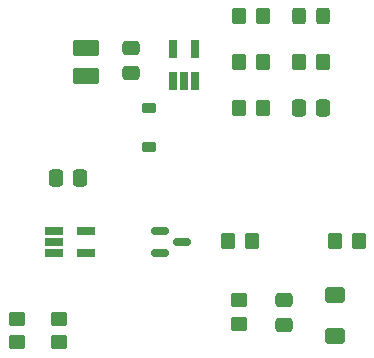
<source format=gbr>
%TF.GenerationSoftware,KiCad,Pcbnew,7.0.8*%
%TF.CreationDate,2023-11-13T13:57:56+01:00*%
%TF.ProjectId,sdi12-esphome,73646931-322d-4657-9370-686f6d652e6b,rev?*%
%TF.SameCoordinates,Original*%
%TF.FileFunction,Paste,Top*%
%TF.FilePolarity,Positive*%
%FSLAX46Y46*%
G04 Gerber Fmt 4.6, Leading zero omitted, Abs format (unit mm)*
G04 Created by KiCad (PCBNEW 7.0.8) date 2023-11-13 13:57:56*
%MOMM*%
%LPD*%
G01*
G04 APERTURE LIST*
G04 Aperture macros list*
%AMRoundRect*
0 Rectangle with rounded corners*
0 $1 Rounding radius*
0 $2 $3 $4 $5 $6 $7 $8 $9 X,Y pos of 4 corners*
0 Add a 4 corners polygon primitive as box body*
4,1,4,$2,$3,$4,$5,$6,$7,$8,$9,$2,$3,0*
0 Add four circle primitives for the rounded corners*
1,1,$1+$1,$2,$3*
1,1,$1+$1,$4,$5*
1,1,$1+$1,$6,$7*
1,1,$1+$1,$8,$9*
0 Add four rect primitives between the rounded corners*
20,1,$1+$1,$2,$3,$4,$5,0*
20,1,$1+$1,$4,$5,$6,$7,0*
20,1,$1+$1,$6,$7,$8,$9,0*
20,1,$1+$1,$8,$9,$2,$3,0*%
G04 Aperture macros list end*
%ADD10RoundRect,0.250000X-0.350000X-0.450000X0.350000X-0.450000X0.350000X0.450000X-0.350000X0.450000X0*%
%ADD11RoundRect,0.250000X0.350000X0.450000X-0.350000X0.450000X-0.350000X-0.450000X0.350000X-0.450000X0*%
%ADD12RoundRect,0.250000X-0.450000X0.350000X-0.450000X-0.350000X0.450000X-0.350000X0.450000X0.350000X0*%
%ADD13RoundRect,0.250000X-0.337500X-0.475000X0.337500X-0.475000X0.337500X0.475000X-0.337500X0.475000X0*%
%ADD14RoundRect,0.250000X-0.475000X0.337500X-0.475000X-0.337500X0.475000X-0.337500X0.475000X0.337500X0*%
%ADD15R,1.560000X0.650000*%
%ADD16RoundRect,0.250000X-0.325000X-0.450000X0.325000X-0.450000X0.325000X0.450000X-0.325000X0.450000X0*%
%ADD17RoundRect,0.250000X0.450000X-0.350000X0.450000X0.350000X-0.450000X0.350000X-0.450000X-0.350000X0*%
%ADD18RoundRect,0.250000X0.337500X0.475000X-0.337500X0.475000X-0.337500X-0.475000X0.337500X-0.475000X0*%
%ADD19RoundRect,0.150000X-0.587500X-0.150000X0.587500X-0.150000X0.587500X0.150000X-0.587500X0.150000X0*%
%ADD20RoundRect,0.250001X-0.849999X0.462499X-0.849999X-0.462499X0.849999X-0.462499X0.849999X0.462499X0*%
%ADD21RoundRect,0.225000X0.375000X-0.225000X0.375000X0.225000X-0.375000X0.225000X-0.375000X-0.225000X0*%
%ADD22RoundRect,0.250000X-0.600000X0.400000X-0.600000X-0.400000X0.600000X-0.400000X0.600000X0.400000X0*%
%ADD23R,0.650000X1.560000*%
G04 APERTURE END LIST*
D10*
%TO.C,R3*%
X96343000Y-79822000D03*
X98343000Y-79822000D03*
%TD*%
D11*
%TO.C,R6*%
X99282000Y-64676000D03*
X97282000Y-64676000D03*
%TD*%
D12*
%TO.C,R1*%
X97282000Y-84836000D03*
X97282000Y-86836000D03*
%TD*%
D10*
%TO.C,R2*%
X105394000Y-79822000D03*
X107394000Y-79822000D03*
%TD*%
D13*
%TO.C,C2*%
X81734500Y-74488000D03*
X83809500Y-74488000D03*
%TD*%
D14*
%TO.C,C3*%
X88106000Y-63500000D03*
X88106000Y-65575000D03*
%TD*%
D10*
%TO.C,R8*%
X97282000Y-68580000D03*
X99282000Y-68580000D03*
%TD*%
D11*
%TO.C,R7*%
X104362000Y-64683500D03*
X102362000Y-64683500D03*
%TD*%
D15*
%TO.C,U2*%
X81596000Y-78938000D03*
X81596000Y-79888000D03*
X81596000Y-80838000D03*
X84296000Y-80838000D03*
X84296000Y-78938000D03*
%TD*%
D10*
%TO.C,R9*%
X97266000Y-60772000D03*
X99266000Y-60772000D03*
%TD*%
D16*
%TO.C,D3*%
X102337000Y-60772000D03*
X104387000Y-60772000D03*
%TD*%
D17*
%TO.C,R5*%
X78486000Y-88376000D03*
X78486000Y-86376000D03*
%TD*%
D18*
%TO.C,C4*%
X104415500Y-68580000D03*
X102340500Y-68580000D03*
%TD*%
D19*
%TO.C,Q1*%
X90549000Y-78938000D03*
X90549000Y-80838000D03*
X92424000Y-79888000D03*
%TD*%
D20*
%TO.C,L1*%
X84296000Y-63500000D03*
X84296000Y-65825000D03*
%TD*%
D14*
%TO.C,C1*%
X101092000Y-84814500D03*
X101092000Y-86889500D03*
%TD*%
D17*
%TO.C,R4*%
X82042000Y-88392000D03*
X82042000Y-86392000D03*
%TD*%
D21*
%TO.C,D2*%
X89662000Y-71880000D03*
X89662000Y-68580000D03*
%TD*%
D22*
%TO.C,D1*%
X105410000Y-84356000D03*
X105410000Y-87856000D03*
%TD*%
D23*
%TO.C,U3*%
X91662000Y-66252500D03*
X92612000Y-66252500D03*
X93562000Y-66252500D03*
X93562000Y-63552500D03*
X91662000Y-63552500D03*
%TD*%
M02*

</source>
